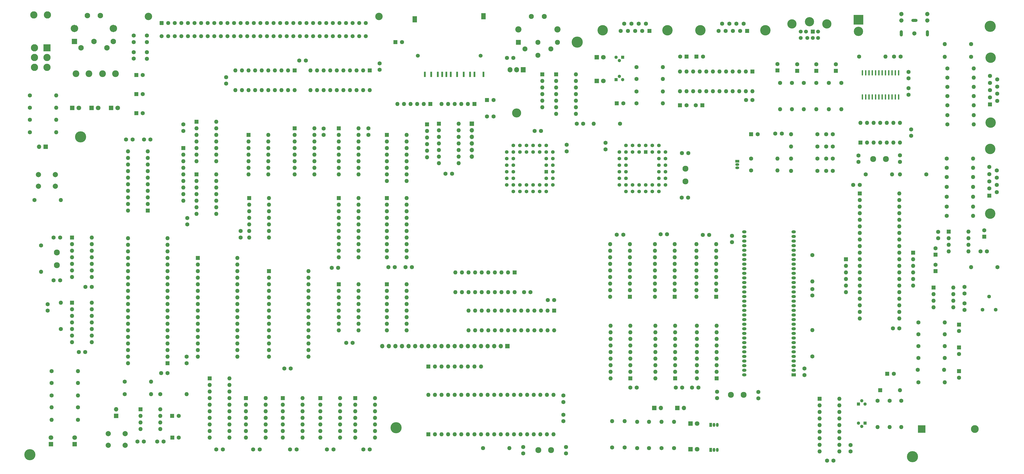
<source format=gts>
G04 #@! TF.GenerationSoftware,KiCad,Pcbnew,(6.0.11)*
G04 #@! TF.CreationDate,2023-02-04T12:30:36+00:00*
G04 #@! TF.ProjectId,yddraig09,79646472-6169-4673-9039-2e6b69636164,rev?*
G04 #@! TF.SameCoordinates,Original*
G04 #@! TF.FileFunction,Soldermask,Top*
G04 #@! TF.FilePolarity,Negative*
%FSLAX46Y46*%
G04 Gerber Fmt 4.6, Leading zero omitted, Abs format (unit mm)*
G04 Created by KiCad (PCBNEW (6.0.11)) date 2023-02-04 12:30:36*
%MOMM*%
%LPD*%
G01*
G04 APERTURE LIST*
G04 Aperture macros list*
%AMRoundRect*
0 Rectangle with rounded corners*
0 $1 Rounding radius*
0 $2 $3 $4 $5 $6 $7 $8 $9 X,Y pos of 4 corners*
0 Add a 4 corners polygon primitive as box body*
4,1,4,$2,$3,$4,$5,$6,$7,$8,$9,$2,$3,0*
0 Add four circle primitives for the rounded corners*
1,1,$1+$1,$2,$3*
1,1,$1+$1,$4,$5*
1,1,$1+$1,$6,$7*
1,1,$1+$1,$8,$9*
0 Add four rect primitives between the rounded corners*
20,1,$1+$1,$2,$3,$4,$5,0*
20,1,$1+$1,$4,$5,$6,$7,0*
20,1,$1+$1,$6,$7,$8,$9,0*
20,1,$1+$1,$8,$9,$2,$3,0*%
G04 Aperture macros list end*
%ADD10C,1.449000*%
%ADD11C,0.854000*%
%ADD12C,1.600000*%
%ADD13R,1.600000X1.600000*%
%ADD14R,1.800000X1.800000*%
%ADD15C,1.800000*%
%ADD16O,1.600000X1.600000*%
%ADD17C,4.000000*%
%ADD18R,1.700000X1.700000*%
%ADD19O,1.700000X1.700000*%
%ADD20C,2.390000*%
%ADD21R,2.100000X2.100000*%
%ADD22C,2.100000*%
%ADD23C,2.400000*%
%ADD24R,1.950000X1.950000*%
%ADD25C,1.950000*%
%ADD26C,1.500000*%
%ADD27R,0.800000X2.000000*%
%ADD28R,1.800000X2.400000*%
%ADD29R,1.700000X2.400000*%
%ADD30R,0.700000X2.000000*%
%ADD31C,2.600000*%
%ADD32R,1.500000X1.050000*%
%ADD33O,1.500000X1.050000*%
%ADD34R,1.050000X1.500000*%
%ADD35O,1.050000X1.500000*%
%ADD36C,2.000000*%
%ADD37R,2.800000X2.800000*%
%ADD38C,2.800000*%
%ADD39R,1.700000X1.200000*%
%ADD40O,1.700000X1.200000*%
%ADD41RoundRect,0.137500X0.137500X-0.862500X0.137500X0.862500X-0.137500X0.862500X-0.137500X-0.862500X0*%
%ADD42O,3.500000X3.500000*%
%ADD43R,1.905000X2.000000*%
%ADD44O,1.905000X2.000000*%
%ADD45R,1.422400X1.422400*%
%ADD46C,1.422400*%
%ADD47C,2.300000*%
%ADD48R,1.300000X1.300000*%
%ADD49C,1.300000*%
%ADD50R,3.000000X3.000000*%
%ADD51C,3.000000*%
%ADD52C,2.850000*%
%ADD53RoundRect,0.249999X-0.525001X-0.525001X0.525001X-0.525001X0.525001X0.525001X-0.525001X0.525001X0*%
%ADD54C,1.550000*%
%ADD55C,1.200000*%
%ADD56O,2.416000X1.208000*%
%ADD57O,1.208000X2.416000*%
%ADD58R,3.765000X3.765000*%
%ADD59C,3.600000*%
%ADD60R,1.509000X1.509000*%
%ADD61C,1.509000*%
%ADD62C,3.555000*%
%ADD63C,4.300000*%
%ADD64C,1.440000*%
G04 APERTURE END LIST*
D10*
X59815700Y-27475800D02*
G75*
G03*
X59815700Y-27475800I-724500J0D01*
G01*
X44805700Y-27475800D02*
G75*
G03*
X44805700Y-27475800I-724500J0D01*
G01*
D11*
X363393000Y-21900000D02*
G75*
G03*
X363393000Y-21900000I-427000J0D01*
G01*
X363393000Y-24400000D02*
G75*
G03*
X363393000Y-24400000I-427000J0D01*
G01*
X373393000Y-24400000D02*
G75*
G03*
X373393000Y-24400000I-427000J0D01*
G01*
X373393000Y-21900000D02*
G75*
G03*
X373393000Y-21900000I-427000J0D01*
G01*
X368393000Y-29400000D02*
G75*
G03*
X368393000Y-29400000I-427000J0D01*
G01*
D12*
X70906000Y-70358000D03*
X73406000Y-70358000D03*
X64008000Y-70358000D03*
X66508000Y-70358000D03*
X102616000Y-48768000D03*
X102616000Y-46268000D03*
X151384000Y-148844000D03*
X148884000Y-148844000D03*
X130810000Y-39878000D03*
X133310000Y-39878000D03*
X260945000Y-166116000D03*
X258445000Y-166116000D03*
X291909500Y-170180000D03*
X291909500Y-167680000D03*
X307848000Y-167767000D03*
X307848000Y-170267000D03*
X270129000Y-106934000D03*
X272629000Y-106934000D03*
X328676000Y-128056000D03*
X328676000Y-130556000D03*
X278471000Y-166116000D03*
X275971000Y-166116000D03*
X286385000Y-107188000D03*
X288885000Y-107188000D03*
X253238000Y-107061000D03*
X255738000Y-107061000D03*
X297688000Y-109982000D03*
X297688000Y-107482000D03*
X284734000Y-166116000D03*
X282234000Y-166116000D03*
X393486000Y-113538000D03*
X395986000Y-113538000D03*
X387338000Y-133596000D03*
X387338000Y-136096000D03*
D13*
X385191000Y-141772000D03*
D12*
X385191000Y-144272000D03*
D13*
X385191000Y-150622000D03*
D12*
X385191000Y-153122000D03*
D13*
X376174000Y-114808000D03*
D12*
X376174000Y-112308000D03*
X387338000Y-127286000D03*
X387338000Y-129786000D03*
X344424000Y-87884000D03*
X346924000Y-87884000D03*
X362204000Y-143256000D03*
X359704000Y-143256000D03*
D13*
X376174000Y-121158000D03*
D12*
X376174000Y-118658000D03*
X346456000Y-78994000D03*
X346456000Y-76494000D03*
X362458000Y-76454000D03*
X362458000Y-78954000D03*
X336510000Y-68326000D03*
X334010000Y-68326000D03*
X336510000Y-73025000D03*
X334010000Y-73025000D03*
X336510000Y-77724000D03*
X334010000Y-77724000D03*
X336510000Y-82423000D03*
X334010000Y-82423000D03*
X365760000Y-50546000D03*
X365760000Y-53046000D03*
D13*
X337693000Y-43815000D03*
D12*
X337693000Y-41315000D03*
D13*
X322834000Y-43815000D03*
D12*
X322834000Y-41315000D03*
D13*
X330200000Y-43815000D03*
D12*
X330200000Y-41315000D03*
D13*
X315214000Y-43688000D03*
D12*
X315214000Y-41188000D03*
D13*
X305054000Y-68326000D03*
D12*
X307554000Y-68326000D03*
X365760000Y-44236000D03*
X365760000Y-46736000D03*
X360172000Y-38354000D03*
X362672000Y-38354000D03*
X314365000Y-68072000D03*
X316865000Y-68072000D03*
X232664000Y-176570000D03*
X232664000Y-179070000D03*
X115530000Y-189992000D03*
X113030000Y-189992000D03*
X87376000Y-156678000D03*
X87376000Y-154178000D03*
X101306000Y-189992000D03*
X98806000Y-189992000D03*
X278320500Y-75628500D03*
X280820500Y-75628500D03*
X280733500Y-92773500D03*
X278233500Y-92773500D03*
D13*
X280162000Y-38354000D03*
D12*
X277662000Y-38354000D03*
D13*
X277622000Y-57150000D03*
D12*
X280122000Y-57150000D03*
D13*
X286218000Y-57150000D03*
D12*
X283718000Y-57150000D03*
X248920000Y-74128000D03*
X248920000Y-71628000D03*
X48260000Y-152400000D03*
X45760000Y-152400000D03*
X36068000Y-108204000D03*
X38568000Y-108204000D03*
X50800000Y-127254000D03*
X48300000Y-127254000D03*
X33782000Y-136398000D03*
X33782000Y-133898000D03*
D13*
X81828000Y-185420000D03*
D12*
X84328000Y-185420000D03*
X78486000Y-186944000D03*
X75986000Y-186944000D03*
D13*
X81788000Y-177038000D03*
D12*
X84288000Y-177038000D03*
X66929000Y-30226000D03*
X66929000Y-32726000D03*
X72009000Y-30226000D03*
X72009000Y-32726000D03*
D13*
X67945000Y-45466000D03*
D12*
X70445000Y-45466000D03*
D13*
X67945000Y-52832000D03*
D12*
X70445000Y-52832000D03*
X66929000Y-36616000D03*
X66929000Y-39116000D03*
X72047833Y-36660000D03*
X72047833Y-39160000D03*
X203200000Y-61468000D03*
X205700000Y-61468000D03*
X210860000Y-38862000D03*
X213360000Y-38862000D03*
D13*
X203200000Y-55118000D03*
D12*
X205700000Y-55118000D03*
X233934000Y-72390000D03*
X233934000Y-74890000D03*
X240284000Y-64262000D03*
X237784000Y-64262000D03*
D13*
X253238000Y-56388000D03*
D12*
X255738000Y-56388000D03*
D14*
X58198800Y-58166000D03*
D15*
X60738800Y-58166000D03*
D14*
X50698800Y-58166000D03*
D15*
X53238800Y-58166000D03*
D14*
X43198800Y-58166000D03*
D15*
X45738800Y-58166000D03*
D14*
X281686000Y-180022500D03*
D15*
X284226000Y-180022500D03*
D12*
X380746000Y-64516000D03*
D16*
X390906000Y-64516000D03*
D12*
X380746000Y-53594000D03*
D16*
X390906000Y-53594000D03*
D12*
X380746000Y-42926000D03*
D16*
X390906000Y-42926000D03*
D12*
X380492000Y-99822000D03*
D16*
X390652000Y-99822000D03*
D12*
X380492000Y-88646000D03*
D16*
X390652000Y-88646000D03*
D12*
X380492000Y-81280000D03*
D16*
X390652000Y-81280000D03*
D12*
X380746000Y-60960000D03*
D16*
X390906000Y-60960000D03*
D12*
X380746000Y-57150000D03*
D16*
X390906000Y-57150000D03*
D12*
X380746000Y-50038000D03*
D16*
X390906000Y-50038000D03*
D12*
X380746000Y-46482000D03*
D16*
X390906000Y-46482000D03*
D12*
X380492000Y-96266000D03*
D16*
X390652000Y-96266000D03*
D12*
X380492000Y-92456000D03*
D16*
X390652000Y-92456000D03*
D12*
X380492000Y-84836000D03*
D16*
X390652000Y-84836000D03*
D12*
X380492000Y-77724000D03*
D16*
X390652000Y-77724000D03*
D17*
X397429000Y-63805200D03*
X397429000Y-38805200D03*
D13*
X397129000Y-56845200D03*
D12*
X397129000Y-54075200D03*
X397129000Y-51305200D03*
X397129000Y-48535200D03*
X397129000Y-45765200D03*
X399969000Y-55460200D03*
X399969000Y-52690200D03*
X399969000Y-49920200D03*
X399969000Y-47150200D03*
D17*
X397200400Y-98984200D03*
X397200400Y-73984200D03*
D13*
X396900400Y-92024200D03*
D12*
X396900400Y-89254200D03*
X396900400Y-86484200D03*
X396900400Y-83714200D03*
X396900400Y-80944200D03*
X399740400Y-90639200D03*
X399740400Y-87869200D03*
X399740400Y-85099200D03*
X399740400Y-82329200D03*
D17*
X310490000Y-28148000D03*
X285490000Y-28148000D03*
D13*
X303530000Y-28448000D03*
D12*
X300760000Y-28448000D03*
X297990000Y-28448000D03*
X295220000Y-28448000D03*
X292450000Y-28448000D03*
X302145000Y-25608000D03*
X299375000Y-25608000D03*
X296605000Y-25608000D03*
X293835000Y-25608000D03*
D17*
X247771000Y-28148000D03*
X272771000Y-28148000D03*
D13*
X265811000Y-28448000D03*
D12*
X263041000Y-28448000D03*
X260271000Y-28448000D03*
X257501000Y-28448000D03*
X254731000Y-28448000D03*
X264426000Y-25608000D03*
X261656000Y-25608000D03*
X258886000Y-25608000D03*
X256116000Y-25608000D03*
D18*
X60198000Y-177038000D03*
D19*
X60198000Y-174498000D03*
D20*
X59091200Y-27475800D03*
X44081200Y-27475800D03*
D21*
X44081200Y-32485800D03*
D22*
X51586200Y-32485800D03*
X59091200Y-32485800D03*
X46581200Y-34975800D03*
X56591200Y-34975800D03*
X54086200Y-22475800D03*
X49086200Y-22475800D03*
D23*
X215298000Y-27860000D03*
X230298000Y-27860000D03*
D24*
X215298000Y-32860000D03*
D25*
X217798000Y-35360000D03*
X222798000Y-32860000D03*
X227798000Y-35360000D03*
X230298000Y-32860000D03*
X222798000Y-37860000D03*
X225298000Y-22860000D03*
X220298000Y-22860000D03*
D26*
X176469600Y-37986600D03*
X200669600Y-37986600D03*
D27*
X181689600Y-45186600D03*
X184189600Y-45186600D03*
X187489600Y-45186600D03*
X189189600Y-45186600D03*
X191689600Y-45186600D03*
X194189600Y-45186600D03*
X196619600Y-45186600D03*
X198319600Y-45186600D03*
X179189600Y-45186600D03*
D28*
X175319600Y-23986600D03*
D29*
X201769600Y-22786600D03*
D27*
X185889600Y-45186600D03*
D30*
X201809600Y-45186600D03*
D31*
X54938000Y-44928967D03*
X59938000Y-44928967D03*
X44688000Y-44928967D03*
X49688000Y-44928967D03*
D32*
X299720000Y-78740000D03*
D33*
X299720000Y-80010000D03*
X299720000Y-81280000D03*
D34*
X289433000Y-180530500D03*
D35*
X290703000Y-180530500D03*
X291973000Y-180530500D03*
D34*
X289433000Y-190182500D03*
D35*
X290703000Y-190182500D03*
X291973000Y-190182500D03*
D12*
X328676000Y-114935000D03*
D16*
X328676000Y-125095000D03*
D12*
X369570000Y-145542000D03*
D16*
X379730000Y-145542000D03*
D12*
X369570000Y-154686000D03*
D16*
X379730000Y-154686000D03*
D12*
X369570000Y-164084000D03*
D16*
X379730000Y-164084000D03*
D12*
X369570000Y-140970000D03*
D16*
X379730000Y-140970000D03*
D12*
X369570000Y-150114000D03*
D16*
X379730000Y-150114000D03*
D12*
X369316000Y-159258000D03*
D16*
X379476000Y-159258000D03*
D12*
X330581000Y-77724000D03*
D16*
X320421000Y-77724000D03*
D12*
X349250000Y-83820000D03*
D16*
X359410000Y-83820000D03*
D12*
X330581000Y-73025000D03*
D16*
X320421000Y-73025000D03*
D12*
X330581000Y-68326000D03*
D16*
X320421000Y-68326000D03*
D12*
X330581000Y-82423000D03*
D16*
X320421000Y-82423000D03*
D12*
X372618000Y-83820000D03*
D16*
X362458000Y-83820000D03*
D12*
X346710000Y-38354000D03*
D16*
X356870000Y-38354000D03*
D12*
X335026000Y-48514000D03*
D16*
X335026000Y-58674000D03*
D12*
X325374000Y-48514000D03*
D16*
X325374000Y-58674000D03*
D12*
X330200000Y-48514000D03*
D16*
X330200000Y-58674000D03*
D12*
X320802000Y-48514000D03*
D16*
X320802000Y-58674000D03*
D12*
X316230000Y-48514000D03*
D16*
X316230000Y-58674000D03*
D12*
X305054000Y-82296000D03*
D16*
X315214000Y-82296000D03*
D12*
X305054000Y-77724000D03*
D16*
X315214000Y-77724000D03*
D12*
X339852000Y-48514000D03*
D16*
X339852000Y-58674000D03*
D12*
X254508000Y-64262000D03*
D16*
X244348000Y-64262000D03*
D12*
X260858000Y-42418000D03*
D16*
X271018000Y-42418000D03*
D12*
X260858000Y-51816000D03*
D16*
X271018000Y-51816000D03*
D12*
X260858000Y-56388000D03*
D16*
X271018000Y-56388000D03*
D12*
X38862000Y-143510000D03*
D16*
X38862000Y-133350000D03*
D12*
X35306000Y-164338000D03*
D16*
X45466000Y-164338000D03*
D12*
X28702000Y-93726000D03*
D16*
X38862000Y-93726000D03*
D12*
X63500000Y-163830000D03*
D16*
X73660000Y-163830000D03*
D12*
X26924000Y-53314600D03*
D16*
X37084000Y-53314600D03*
D12*
X26924000Y-62738000D03*
D16*
X37084000Y-62738000D03*
D12*
X26924000Y-58115200D03*
D16*
X37084000Y-58115200D03*
D12*
X256286000Y-189230000D03*
D16*
X256286000Y-179070000D03*
D12*
X261112000Y-189484000D03*
D16*
X261112000Y-179324000D03*
D12*
X251460000Y-189230000D03*
D16*
X251460000Y-179070000D03*
D12*
X265684000Y-189484000D03*
D16*
X265684000Y-179324000D03*
D13*
X367538000Y-114046000D03*
D16*
X367538000Y-116586000D03*
X367538000Y-119126000D03*
X367538000Y-121666000D03*
X367538000Y-124206000D03*
X367538000Y-126746000D03*
D13*
X341630000Y-116586000D03*
D16*
X341630000Y-119126000D03*
X341630000Y-121666000D03*
X341630000Y-124206000D03*
X341630000Y-126746000D03*
X341630000Y-129286000D03*
D13*
X180086000Y-64516000D03*
D16*
X180086000Y-67056000D03*
X180086000Y-69596000D03*
X180086000Y-72136000D03*
X180086000Y-74676000D03*
X180086000Y-77216000D03*
D13*
X181356000Y-56642000D03*
D16*
X178816000Y-56642000D03*
X176276000Y-56642000D03*
X173736000Y-56642000D03*
X171196000Y-56642000D03*
X168656000Y-56642000D03*
D13*
X198374000Y-56642000D03*
D16*
X195834000Y-56642000D03*
X193294000Y-56642000D03*
X190754000Y-56642000D03*
X188214000Y-56642000D03*
X185674000Y-56642000D03*
D36*
X36726000Y-83892000D03*
X30226000Y-83892000D03*
X36726000Y-88392000D03*
X30226000Y-88392000D03*
X63650000Y-188396000D03*
X57150000Y-188396000D03*
X57150000Y-183896000D03*
X63650000Y-183896000D03*
D37*
X33451800Y-34925000D03*
D38*
X33451800Y-38725000D03*
X33451800Y-42525000D03*
X28651800Y-34925000D03*
X28651800Y-38725000D03*
X28651800Y-42525000D03*
X33651800Y-22225000D03*
X28451800Y-22225000D03*
D13*
X129032000Y-43688000D03*
D16*
X126492000Y-43688000D03*
X123952000Y-43688000D03*
X121412000Y-43688000D03*
X118872000Y-43688000D03*
X116332000Y-43688000D03*
X113792000Y-43688000D03*
X111252000Y-43688000D03*
X108712000Y-43688000D03*
X106172000Y-43688000D03*
X106172000Y-51308000D03*
X108712000Y-51308000D03*
X111252000Y-51308000D03*
X113792000Y-51308000D03*
X116332000Y-51308000D03*
X118872000Y-51308000D03*
X121412000Y-51308000D03*
X123952000Y-51308000D03*
X126492000Y-51308000D03*
X129032000Y-51308000D03*
D13*
X291592000Y-131064000D03*
D16*
X291592000Y-128524000D03*
X291592000Y-125984000D03*
X291592000Y-123444000D03*
X291592000Y-120904000D03*
X291592000Y-118364000D03*
X291592000Y-115824000D03*
X291592000Y-113284000D03*
X291592000Y-110744000D03*
X283972000Y-110744000D03*
X283972000Y-113284000D03*
X283972000Y-115824000D03*
X283972000Y-118364000D03*
X283972000Y-120904000D03*
X283972000Y-123444000D03*
X283972000Y-125984000D03*
X283972000Y-128524000D03*
X283972000Y-131064000D03*
D13*
X275590000Y-131064000D03*
D16*
X275590000Y-128524000D03*
X275590000Y-125984000D03*
X275590000Y-123444000D03*
X275590000Y-120904000D03*
X275590000Y-118364000D03*
X275590000Y-115824000D03*
X275590000Y-113284000D03*
X275590000Y-110744000D03*
X267970000Y-110744000D03*
X267970000Y-113284000D03*
X267970000Y-115824000D03*
X267970000Y-118364000D03*
X267970000Y-120904000D03*
X267970000Y-123444000D03*
X267970000Y-125984000D03*
X267970000Y-128524000D03*
X267970000Y-131064000D03*
D13*
X258318000Y-131064000D03*
D16*
X258318000Y-128524000D03*
X258318000Y-125984000D03*
X258318000Y-123444000D03*
X258318000Y-120904000D03*
X258318000Y-118364000D03*
X258318000Y-115824000D03*
X258318000Y-113284000D03*
X258318000Y-110744000D03*
X250698000Y-110744000D03*
X250698000Y-113284000D03*
X250698000Y-115824000D03*
X250698000Y-118364000D03*
X250698000Y-120904000D03*
X250698000Y-123444000D03*
X250698000Y-125984000D03*
X250698000Y-128524000D03*
X250698000Y-131064000D03*
D13*
X291719000Y-162560000D03*
D16*
X291719000Y-160020000D03*
X291719000Y-157480000D03*
X291719000Y-154940000D03*
X291719000Y-152400000D03*
X291719000Y-149860000D03*
X291719000Y-147320000D03*
X291719000Y-144780000D03*
X291719000Y-142240000D03*
X284099000Y-142240000D03*
X284099000Y-144780000D03*
X284099000Y-147320000D03*
X284099000Y-149860000D03*
X284099000Y-152400000D03*
X284099000Y-154940000D03*
X284099000Y-157480000D03*
X284099000Y-160020000D03*
X284099000Y-162560000D03*
D13*
X275717000Y-162560000D03*
D16*
X275717000Y-160020000D03*
X275717000Y-157480000D03*
X275717000Y-154940000D03*
X275717000Y-152400000D03*
X275717000Y-149860000D03*
X275717000Y-147320000D03*
X275717000Y-144780000D03*
X275717000Y-142240000D03*
X268097000Y-142240000D03*
X268097000Y-144780000D03*
X268097000Y-147320000D03*
X268097000Y-149860000D03*
X268097000Y-152400000D03*
X268097000Y-154940000D03*
X268097000Y-157480000D03*
X268097000Y-160020000D03*
X268097000Y-162560000D03*
D13*
X258445000Y-162560000D03*
D16*
X258445000Y-160020000D03*
X258445000Y-157480000D03*
X258445000Y-154940000D03*
X258445000Y-152400000D03*
X258445000Y-149860000D03*
X258445000Y-147320000D03*
X258445000Y-144780000D03*
X258445000Y-142240000D03*
X250825000Y-142240000D03*
X250825000Y-144780000D03*
X250825000Y-147320000D03*
X250825000Y-149860000D03*
X250825000Y-152400000D03*
X250825000Y-154940000D03*
X250825000Y-157480000D03*
X250825000Y-160020000D03*
X250825000Y-162560000D03*
D39*
X321462400Y-161194000D03*
D40*
X321462400Y-159414000D03*
X321462400Y-157634000D03*
X321462400Y-155854000D03*
X321462400Y-154074000D03*
X321462400Y-152294000D03*
X321462400Y-150514000D03*
X321462400Y-148734000D03*
X321462400Y-146954000D03*
X321462400Y-145174000D03*
X321462400Y-143394000D03*
X321462400Y-141614000D03*
X321462400Y-139834000D03*
X321462400Y-138054000D03*
X321462400Y-136274000D03*
X321462400Y-134494000D03*
X321462400Y-132714000D03*
X321462400Y-130934000D03*
X321462400Y-129154000D03*
X321462400Y-127374000D03*
X321462400Y-125594000D03*
X321462400Y-123814000D03*
X321462400Y-122034000D03*
X321462400Y-120254000D03*
X321462400Y-118474000D03*
X321462400Y-116694000D03*
X321462400Y-114914000D03*
X321462400Y-113134000D03*
X321462400Y-111354000D03*
X321462400Y-109574000D03*
X321462400Y-107794000D03*
X321462400Y-106014000D03*
X302361600Y-106014000D03*
X302361600Y-107794000D03*
X302361600Y-109574000D03*
X302361600Y-111354000D03*
X302361600Y-113134000D03*
X302361600Y-114914000D03*
X302361600Y-116694000D03*
X302361600Y-118474000D03*
X302361600Y-120254000D03*
X302361600Y-122034000D03*
X302361600Y-123814000D03*
X302361600Y-125594000D03*
X302361600Y-127374000D03*
X302361600Y-129154000D03*
X302361600Y-130934000D03*
X302361600Y-132714000D03*
X302361600Y-134494000D03*
X302361600Y-136274000D03*
X302361600Y-138054000D03*
X302361600Y-139834000D03*
X302361600Y-141614000D03*
X302361600Y-143394000D03*
X302361600Y-145174000D03*
X302361600Y-146954000D03*
X302361600Y-148734000D03*
X302361600Y-150514000D03*
X302361600Y-152294000D03*
X302361600Y-154074000D03*
X302361600Y-155854000D03*
X302361600Y-157634000D03*
X302361600Y-159414000D03*
X302361600Y-161194000D03*
D13*
X375400000Y-127500000D03*
D16*
X375400000Y-130040000D03*
X375400000Y-132580000D03*
X375400000Y-135120000D03*
X383020000Y-135120000D03*
X383020000Y-132580000D03*
X383020000Y-130040000D03*
X383020000Y-127500000D03*
D13*
X347218000Y-71501000D03*
D16*
X349758000Y-71501000D03*
X352298000Y-71501000D03*
X354838000Y-71501000D03*
X357378000Y-71501000D03*
X359918000Y-71501000D03*
X362458000Y-71501000D03*
X362458000Y-63881000D03*
X359918000Y-63881000D03*
X357378000Y-63881000D03*
X354838000Y-63881000D03*
X352298000Y-63881000D03*
X349758000Y-63881000D03*
X347218000Y-63881000D03*
D41*
X347980000Y-53926000D03*
X349250000Y-53926000D03*
X350520000Y-53926000D03*
X351790000Y-53926000D03*
X353060000Y-53926000D03*
X354330000Y-53926000D03*
X355600000Y-53926000D03*
X356870000Y-53926000D03*
X358140000Y-53926000D03*
X359410000Y-53926000D03*
X360680000Y-53926000D03*
X361950000Y-53926000D03*
X361950000Y-44626000D03*
X360680000Y-44626000D03*
X359410000Y-44626000D03*
X358140000Y-44626000D03*
X356870000Y-44626000D03*
X355600000Y-44626000D03*
X354330000Y-44626000D03*
X353060000Y-44626000D03*
X351790000Y-44626000D03*
X350520000Y-44626000D03*
X349250000Y-44626000D03*
X347980000Y-44626000D03*
D13*
X138938000Y-170180000D03*
D16*
X138938000Y-172720000D03*
X138938000Y-175260000D03*
X138938000Y-177800000D03*
X138938000Y-180340000D03*
X138938000Y-182880000D03*
X138938000Y-185420000D03*
X146558000Y-185420000D03*
X146558000Y-182880000D03*
X146558000Y-180340000D03*
X146558000Y-177800000D03*
X146558000Y-175260000D03*
X146558000Y-172720000D03*
X146558000Y-170180000D03*
D13*
X91694000Y-116078000D03*
D16*
X91694000Y-118618000D03*
X91694000Y-121158000D03*
X91694000Y-123698000D03*
X91694000Y-126238000D03*
X91694000Y-128778000D03*
X91694000Y-131318000D03*
X91694000Y-133858000D03*
X91694000Y-136398000D03*
X91694000Y-138938000D03*
X91694000Y-141478000D03*
X91694000Y-144018000D03*
X91694000Y-146558000D03*
X91694000Y-149098000D03*
X91694000Y-151638000D03*
X91694000Y-154178000D03*
X106934000Y-154178000D03*
X106934000Y-151638000D03*
X106934000Y-149098000D03*
X106934000Y-146558000D03*
X106934000Y-144018000D03*
X106934000Y-141478000D03*
X106934000Y-138938000D03*
X106934000Y-136398000D03*
X106934000Y-133858000D03*
X106934000Y-131318000D03*
X106934000Y-128778000D03*
X106934000Y-126238000D03*
X106934000Y-123698000D03*
X106934000Y-121158000D03*
X106934000Y-118618000D03*
X106934000Y-116078000D03*
D13*
X119126000Y-121158000D03*
D16*
X119126000Y-123698000D03*
X119126000Y-126238000D03*
X119126000Y-128778000D03*
X119126000Y-131318000D03*
X119126000Y-133858000D03*
X119126000Y-136398000D03*
X119126000Y-138938000D03*
X119126000Y-141478000D03*
X119126000Y-144018000D03*
X119126000Y-146558000D03*
X119126000Y-149098000D03*
X119126000Y-151638000D03*
X119126000Y-154178000D03*
X134366000Y-154178000D03*
X134366000Y-151638000D03*
X134366000Y-149098000D03*
X134366000Y-146558000D03*
X134366000Y-144018000D03*
X134366000Y-141478000D03*
X134366000Y-138938000D03*
X134366000Y-136398000D03*
X134366000Y-133858000D03*
X134366000Y-131318000D03*
X134366000Y-128778000D03*
X134366000Y-126238000D03*
X134366000Y-123698000D03*
X134366000Y-121158000D03*
D13*
X305562000Y-44069000D03*
D16*
X303022000Y-44069000D03*
X300482000Y-44069000D03*
X297942000Y-44069000D03*
X295402000Y-44069000D03*
X292862000Y-44069000D03*
X290322000Y-44069000D03*
X287782000Y-44069000D03*
X285242000Y-44069000D03*
X282702000Y-44069000D03*
X280162000Y-44069000D03*
X277622000Y-44069000D03*
X277622000Y-51689000D03*
X280162000Y-51689000D03*
X282702000Y-51689000D03*
X285242000Y-51689000D03*
X287782000Y-51689000D03*
X290322000Y-51689000D03*
X292862000Y-51689000D03*
X295402000Y-51689000D03*
X297942000Y-51689000D03*
X300482000Y-51689000D03*
X303022000Y-51689000D03*
X305562000Y-51689000D03*
D13*
X43180000Y-133350000D03*
D16*
X43180000Y-135890000D03*
X43180000Y-138430000D03*
X43180000Y-140970000D03*
X43180000Y-143510000D03*
X43180000Y-146050000D03*
X43180000Y-148590000D03*
X50800000Y-148590000D03*
X50800000Y-146050000D03*
X50800000Y-143510000D03*
X50800000Y-140970000D03*
X50800000Y-138430000D03*
X50800000Y-135890000D03*
X50800000Y-133350000D03*
D13*
X43180000Y-108204000D03*
D16*
X43180000Y-110744000D03*
X43180000Y-113284000D03*
X43180000Y-115824000D03*
X43180000Y-118364000D03*
X43180000Y-120904000D03*
X43180000Y-123444000D03*
X50800000Y-123444000D03*
X50800000Y-120904000D03*
X50800000Y-118364000D03*
X50800000Y-115824000D03*
X50800000Y-113284000D03*
X50800000Y-110744000D03*
X50800000Y-108204000D03*
D13*
X69596000Y-174498000D03*
D16*
X69596000Y-177038000D03*
X69596000Y-179578000D03*
X69596000Y-182118000D03*
X77216000Y-182118000D03*
X77216000Y-179578000D03*
X77216000Y-177038000D03*
X77216000Y-174498000D03*
D13*
X80010000Y-156718000D03*
D16*
X80010000Y-154178000D03*
X80010000Y-151638000D03*
X80010000Y-149098000D03*
X80010000Y-146558000D03*
X80010000Y-144018000D03*
X80010000Y-141478000D03*
X80010000Y-138938000D03*
X80010000Y-136398000D03*
X80010000Y-133858000D03*
X80010000Y-131318000D03*
X80010000Y-128778000D03*
X80010000Y-126238000D03*
X80010000Y-123698000D03*
X80010000Y-121158000D03*
X80010000Y-118618000D03*
X80010000Y-116078000D03*
X80010000Y-113538000D03*
X80010000Y-110998000D03*
X80010000Y-108458000D03*
X64770000Y-108458000D03*
X64770000Y-110998000D03*
X64770000Y-113538000D03*
X64770000Y-116078000D03*
X64770000Y-118618000D03*
X64770000Y-121158000D03*
X64770000Y-123698000D03*
X64770000Y-126238000D03*
X64770000Y-128778000D03*
X64770000Y-131318000D03*
X64770000Y-133858000D03*
X64770000Y-136398000D03*
X64770000Y-138938000D03*
X64770000Y-141478000D03*
X64770000Y-144018000D03*
X64770000Y-146558000D03*
X64770000Y-149098000D03*
X64770000Y-151638000D03*
X64770000Y-154178000D03*
X64770000Y-156718000D03*
D42*
X214630000Y-60094000D03*
D43*
X217170000Y-43434000D03*
D44*
X214630000Y-43434000D03*
X212090000Y-43434000D03*
D13*
X229870000Y-45212000D03*
D16*
X229870000Y-47752000D03*
X229870000Y-50292000D03*
X229870000Y-52832000D03*
X229870000Y-55372000D03*
X229870000Y-57912000D03*
X229870000Y-60452000D03*
X237490000Y-60452000D03*
X237490000Y-57912000D03*
X237490000Y-55372000D03*
X237490000Y-52832000D03*
X237490000Y-50292000D03*
X237490000Y-47752000D03*
X237490000Y-45212000D03*
D13*
X184658000Y-64262000D03*
D16*
X184658000Y-66802000D03*
X184658000Y-69342000D03*
X184658000Y-71882000D03*
X184658000Y-74422000D03*
X184658000Y-76962000D03*
X184658000Y-79502000D03*
X192278000Y-79502000D03*
X192278000Y-76962000D03*
X192278000Y-74422000D03*
X192278000Y-71882000D03*
X192278000Y-69342000D03*
X192278000Y-66802000D03*
X192278000Y-64262000D03*
D45*
X226060000Y-82804000D03*
D46*
X228600000Y-80264000D03*
X226060000Y-80264000D03*
X228600000Y-77724000D03*
X226060000Y-77724000D03*
X228600000Y-75184000D03*
X226060000Y-72644000D03*
X226060000Y-75184000D03*
X223520000Y-72644000D03*
X223520000Y-75184000D03*
X220980000Y-72644000D03*
X220980000Y-75184000D03*
X218440000Y-72644000D03*
X218440000Y-75184000D03*
X215900000Y-72644000D03*
X215900000Y-75184000D03*
X213360000Y-72644000D03*
X210820000Y-75184000D03*
X213360000Y-75184000D03*
X210820000Y-77724000D03*
X213360000Y-77724000D03*
X210820000Y-80264000D03*
X213360000Y-80264000D03*
X210820000Y-82804000D03*
X213360000Y-82804000D03*
X210820000Y-85344000D03*
X213360000Y-85344000D03*
X210820000Y-87884000D03*
X213360000Y-90424000D03*
X213360000Y-87884000D03*
X215900000Y-90424000D03*
X215900000Y-87884000D03*
X218440000Y-90424000D03*
X218440000Y-87884000D03*
X220980000Y-90424000D03*
X220980000Y-87884000D03*
X223520000Y-90424000D03*
X223520000Y-87884000D03*
X226060000Y-90424000D03*
X228600000Y-87884000D03*
X226060000Y-87884000D03*
X228600000Y-85344000D03*
X226060000Y-85344000D03*
X228600000Y-82804000D03*
D47*
X297243500Y-168910000D03*
X302143500Y-168910000D03*
D12*
X35306000Y-169164000D03*
D16*
X45466000Y-169164000D03*
D12*
X35306000Y-159766000D03*
D16*
X45466000Y-159766000D03*
D12*
X63500000Y-168656000D03*
D16*
X73660000Y-168656000D03*
D12*
X77216000Y-168656000D03*
D16*
X87376000Y-168656000D03*
D12*
X143978000Y-189992000D03*
X141478000Y-189992000D03*
D13*
X385191000Y-159766000D03*
D12*
X385191000Y-162266000D03*
D48*
X348996000Y-179832000D03*
D49*
X347726000Y-181102000D03*
X346456000Y-179832000D03*
D48*
X346456000Y-172466000D03*
D49*
X347726000Y-171196000D03*
X348996000Y-172466000D03*
D12*
X353822000Y-171196000D03*
D16*
X353822000Y-181356000D03*
D12*
X358400000Y-171220000D03*
D16*
X358400000Y-181380000D03*
D13*
X354838000Y-167132000D03*
D16*
X362458000Y-167132000D03*
D13*
X157988000Y-43688000D03*
D16*
X155448000Y-43688000D03*
X152908000Y-43688000D03*
X150368000Y-43688000D03*
X147828000Y-43688000D03*
X145288000Y-43688000D03*
X142748000Y-43688000D03*
X140208000Y-43688000D03*
X137668000Y-43688000D03*
X135128000Y-43688000D03*
X135128000Y-51308000D03*
X137668000Y-51308000D03*
X140208000Y-51308000D03*
X142748000Y-51308000D03*
X145288000Y-51308000D03*
X147828000Y-51308000D03*
X150368000Y-51308000D03*
X152908000Y-51308000D03*
X155448000Y-51308000D03*
X157988000Y-51308000D03*
D50*
X370840000Y-182118000D03*
D51*
X391330000Y-182118000D03*
D12*
X328676000Y-154114500D03*
D16*
X328676000Y-143954500D03*
D18*
X211074000Y-150114000D03*
D19*
X208534000Y-150114000D03*
X205994000Y-150114000D03*
X203454000Y-150114000D03*
X200914000Y-150114000D03*
X198374000Y-150114000D03*
X195834000Y-150114000D03*
X193294000Y-150114000D03*
X190754000Y-150114000D03*
X188214000Y-150114000D03*
X185674000Y-150114000D03*
X183134000Y-150114000D03*
X180594000Y-150114000D03*
X178054000Y-150114000D03*
X175514000Y-150114000D03*
X172974000Y-150114000D03*
X170434000Y-150114000D03*
X167894000Y-150114000D03*
X165354000Y-150114000D03*
X162814000Y-150114000D03*
D12*
X201676000Y-189484000D03*
D16*
X211836000Y-189484000D03*
D13*
X180594000Y-157988000D03*
D16*
X183134000Y-157988000D03*
X185674000Y-157988000D03*
X188214000Y-157988000D03*
X190754000Y-157988000D03*
X193294000Y-157988000D03*
X195834000Y-157988000D03*
X198374000Y-157988000D03*
X200914000Y-157988000D03*
D13*
X180594000Y-184150000D03*
D16*
X183134000Y-184150000D03*
X185674000Y-184150000D03*
X188214000Y-184150000D03*
X190754000Y-184150000D03*
X193294000Y-184150000D03*
X195834000Y-184150000D03*
X198374000Y-184150000D03*
X200914000Y-184150000D03*
X203454000Y-184150000D03*
X205994000Y-184150000D03*
X208534000Y-184150000D03*
X211074000Y-184150000D03*
X213614000Y-184150000D03*
X216154000Y-184150000D03*
X218694000Y-184150000D03*
X221234000Y-184150000D03*
X223774000Y-184150000D03*
X226314000Y-184150000D03*
X228854000Y-184150000D03*
X228854000Y-168910000D03*
X226314000Y-168910000D03*
X223774000Y-168910000D03*
X221234000Y-168910000D03*
X218694000Y-168910000D03*
X216154000Y-168910000D03*
X213614000Y-168910000D03*
X211074000Y-168910000D03*
X208534000Y-168910000D03*
X205994000Y-168910000D03*
X203454000Y-168910000D03*
X200914000Y-168910000D03*
X198374000Y-168910000D03*
X195834000Y-168910000D03*
X193294000Y-168910000D03*
X190754000Y-168910000D03*
X188214000Y-168910000D03*
X185674000Y-168910000D03*
X183134000Y-168910000D03*
X180594000Y-168910000D03*
D47*
X227912000Y-190246000D03*
X223012000Y-190246000D03*
D12*
X233680000Y-189016000D03*
X233680000Y-191516000D03*
X217170000Y-191516000D03*
X217170000Y-189016000D03*
X232664000Y-169164000D03*
X232664000Y-171664000D03*
X362900000Y-171196000D03*
D16*
X362900000Y-181356000D03*
D13*
X91186000Y-63500000D03*
D16*
X91186000Y-66040000D03*
X91186000Y-68580000D03*
X91186000Y-71120000D03*
X91186000Y-73660000D03*
X91186000Y-76200000D03*
X91186000Y-78740000D03*
X98806000Y-78740000D03*
X98806000Y-76200000D03*
X98806000Y-73660000D03*
X98806000Y-71120000D03*
X98806000Y-68580000D03*
X98806000Y-66040000D03*
X98806000Y-63500000D03*
D13*
X146050000Y-92964000D03*
D16*
X146050000Y-95504000D03*
X146050000Y-98044000D03*
X146050000Y-100584000D03*
X146050000Y-103124000D03*
X146050000Y-105664000D03*
X146050000Y-108204000D03*
X146050000Y-110744000D03*
X146050000Y-113284000D03*
X146050000Y-115824000D03*
X153670000Y-115824000D03*
X153670000Y-113284000D03*
X153670000Y-110744000D03*
X153670000Y-108204000D03*
X153670000Y-105664000D03*
X153670000Y-103124000D03*
X153670000Y-100584000D03*
X153670000Y-98044000D03*
X153670000Y-95504000D03*
X153670000Y-92964000D03*
D13*
X331470000Y-170434000D03*
D16*
X331470000Y-172974000D03*
X331470000Y-175514000D03*
X331470000Y-178054000D03*
X331470000Y-180594000D03*
X331470000Y-183134000D03*
X331470000Y-185674000D03*
X331470000Y-188214000D03*
X331470000Y-190754000D03*
X339090000Y-190754000D03*
X339090000Y-188214000D03*
X339090000Y-185674000D03*
X339090000Y-183134000D03*
X339090000Y-180594000D03*
X339090000Y-178054000D03*
X339090000Y-175514000D03*
X339090000Y-172974000D03*
X339090000Y-170434000D03*
D12*
X336804000Y-194310000D03*
X334304000Y-194310000D03*
X343408000Y-188254000D03*
X343408000Y-190754000D03*
D13*
X357545000Y-160782000D03*
D12*
X360045000Y-160782000D03*
X167640000Y-119634000D03*
X165140000Y-119634000D03*
X140208000Y-66080000D03*
X140208000Y-68580000D03*
X87630000Y-103124000D03*
X87630000Y-100624000D03*
X174244000Y-119634000D03*
X171744000Y-119634000D03*
D47*
X37338000Y-118872000D03*
X37338000Y-113972000D03*
D12*
X31242000Y-111252000D03*
D16*
X31242000Y-121412000D03*
D12*
X38568000Y-124714000D03*
X36068000Y-124714000D03*
X80010000Y-160528000D03*
X77510000Y-160528000D03*
X70866000Y-186944000D03*
X68366000Y-186944000D03*
D47*
X279717500Y-81597500D03*
X279717500Y-86497500D03*
D12*
X86106000Y-67016000D03*
X86106000Y-64516000D03*
X157988000Y-189992000D03*
X155488000Y-189992000D03*
D13*
X152400000Y-170180000D03*
D16*
X152400000Y-172720000D03*
X152400000Y-175260000D03*
X152400000Y-177800000D03*
X152400000Y-180340000D03*
X152400000Y-182880000D03*
X152400000Y-185420000D03*
X160020000Y-185420000D03*
X160020000Y-182880000D03*
X160020000Y-180340000D03*
X160020000Y-177800000D03*
X160020000Y-175260000D03*
X160020000Y-172720000D03*
X160020000Y-170180000D03*
D13*
X124460000Y-170180000D03*
D16*
X124460000Y-172720000D03*
X124460000Y-175260000D03*
X124460000Y-177800000D03*
X124460000Y-180340000D03*
X124460000Y-182880000D03*
X124460000Y-185420000D03*
X132080000Y-185420000D03*
X132080000Y-182880000D03*
X132080000Y-180340000D03*
X132080000Y-177800000D03*
X132080000Y-175260000D03*
X132080000Y-172720000D03*
X132080000Y-170180000D03*
D12*
X129754000Y-189992000D03*
X127254000Y-189992000D03*
D14*
X44196000Y-187960000D03*
D15*
X44196000Y-185420000D03*
D14*
X35052000Y-187960000D03*
D15*
X35052000Y-185420000D03*
D12*
X45466000Y-173736000D03*
D16*
X35306000Y-173736000D03*
D12*
X45466000Y-178562000D03*
D16*
X35306000Y-178562000D03*
D13*
X67945000Y-60198000D03*
D12*
X70445000Y-60198000D03*
X189698000Y-83566000D03*
X187198000Y-83566000D03*
D18*
X197358000Y-64262000D03*
D19*
X197358000Y-66802000D03*
X197358000Y-69342000D03*
X197358000Y-71882000D03*
X197358000Y-74422000D03*
X197358000Y-76962000D03*
D13*
X229108000Y-136398000D03*
D16*
X226568000Y-136398000D03*
X224028000Y-136398000D03*
X221488000Y-136398000D03*
X218948000Y-136398000D03*
X216408000Y-136398000D03*
X213868000Y-136398000D03*
X211328000Y-136398000D03*
X208788000Y-136398000D03*
X206248000Y-136398000D03*
X203708000Y-136398000D03*
X201168000Y-136398000D03*
X198628000Y-136398000D03*
X196088000Y-136398000D03*
X196088000Y-144018000D03*
X198628000Y-144018000D03*
X201168000Y-144018000D03*
X203708000Y-144018000D03*
X206248000Y-144018000D03*
X208788000Y-144018000D03*
X211328000Y-144018000D03*
X213868000Y-144018000D03*
X216408000Y-144018000D03*
X218948000Y-144018000D03*
X221488000Y-144018000D03*
X224028000Y-144018000D03*
X226568000Y-144018000D03*
X229108000Y-144018000D03*
D13*
X213868000Y-121666000D03*
D16*
X211328000Y-121666000D03*
X208788000Y-121666000D03*
X206248000Y-121666000D03*
X203708000Y-121666000D03*
X201168000Y-121666000D03*
X198628000Y-121666000D03*
X196088000Y-121666000D03*
X193548000Y-121666000D03*
X191008000Y-121666000D03*
X191008000Y-129286000D03*
X193548000Y-129286000D03*
X196088000Y-129286000D03*
X198628000Y-129286000D03*
X201168000Y-129286000D03*
X203708000Y-129286000D03*
X206248000Y-129286000D03*
X208788000Y-129286000D03*
X211328000Y-129286000D03*
X213868000Y-129286000D03*
D12*
X226608000Y-132334000D03*
X229108000Y-132334000D03*
D18*
X276606000Y-173990000D03*
D19*
X279146000Y-173990000D03*
D12*
X270510000Y-189484000D03*
D16*
X270510000Y-179324000D03*
D12*
X275336000Y-189484000D03*
D16*
X275336000Y-179324000D03*
D18*
X267716000Y-173990000D03*
D19*
X270256000Y-173990000D03*
D52*
X161544000Y-22860000D03*
X72644000Y-22860000D03*
D53*
X77724000Y-25400000D03*
D54*
X80264000Y-25400000D03*
X82804000Y-25400000D03*
X85344000Y-25400000D03*
X87884000Y-25400000D03*
X90424000Y-25400000D03*
X92964000Y-25400000D03*
X95504000Y-25400000D03*
X98044000Y-25400000D03*
X100584000Y-25400000D03*
X103124000Y-25400000D03*
X105664000Y-25400000D03*
X108204000Y-25400000D03*
X110744000Y-25400000D03*
X113284000Y-25400000D03*
X115824000Y-25400000D03*
X118364000Y-25400000D03*
X120904000Y-25400000D03*
X123444000Y-25400000D03*
X125984000Y-25400000D03*
X128524000Y-25400000D03*
X131064000Y-25400000D03*
X133604000Y-25400000D03*
X136144000Y-25400000D03*
X138684000Y-25400000D03*
X141224000Y-25400000D03*
X143764000Y-25400000D03*
X146304000Y-25400000D03*
X148844000Y-25400000D03*
X151384000Y-25400000D03*
X153924000Y-25400000D03*
X156464000Y-25400000D03*
X77724000Y-30480000D03*
X80264000Y-30480000D03*
X82804000Y-30480000D03*
X85344000Y-30480000D03*
X87884000Y-30480000D03*
X90424000Y-30480000D03*
X92964000Y-30480000D03*
X95504000Y-30480000D03*
X98044000Y-30480000D03*
X100584000Y-30480000D03*
X103124000Y-30480000D03*
X105664000Y-30480000D03*
X108204000Y-30480000D03*
X110744000Y-30480000D03*
X113284000Y-30480000D03*
X115824000Y-30480000D03*
X118364000Y-30480000D03*
X120904000Y-30480000D03*
X123444000Y-30480000D03*
X125984000Y-30480000D03*
X128524000Y-30480000D03*
X131064000Y-30480000D03*
X133604000Y-30480000D03*
X136144000Y-30480000D03*
X138684000Y-30480000D03*
X141224000Y-30480000D03*
X143764000Y-30480000D03*
X146304000Y-30480000D03*
X148844000Y-30480000D03*
X151384000Y-30480000D03*
X153924000Y-30480000D03*
X156464000Y-30480000D03*
D18*
X33020000Y-73152000D03*
D19*
X30480000Y-73152000D03*
D12*
X26924000Y-67564000D03*
D16*
X37084000Y-67564000D03*
D14*
X245477000Y-47752000D03*
D15*
X248017000Y-47752000D03*
D12*
X260858000Y-46990000D03*
D16*
X271018000Y-46990000D03*
D12*
X305562000Y-55118000D03*
X303062000Y-55118000D03*
X325628000Y-158750000D03*
X325628000Y-161250000D03*
X127508000Y-158750000D03*
X125008000Y-158750000D03*
D13*
X346964000Y-91186000D03*
D16*
X346964000Y-93726000D03*
X346964000Y-96266000D03*
X346964000Y-98806000D03*
X346964000Y-101346000D03*
X346964000Y-103886000D03*
X346964000Y-106426000D03*
X346964000Y-108966000D03*
X346964000Y-111506000D03*
X346964000Y-114046000D03*
X346964000Y-116586000D03*
X346964000Y-119126000D03*
X346964000Y-121666000D03*
X346964000Y-124206000D03*
X346964000Y-126746000D03*
X346964000Y-129286000D03*
X346964000Y-131826000D03*
X346964000Y-134366000D03*
X346964000Y-136906000D03*
X346964000Y-139446000D03*
X362204000Y-139446000D03*
X362204000Y-136906000D03*
X362204000Y-134366000D03*
X362204000Y-131826000D03*
X362204000Y-129286000D03*
X362204000Y-126746000D03*
X362204000Y-124206000D03*
X362204000Y-121666000D03*
X362204000Y-119126000D03*
X362204000Y-116586000D03*
X362204000Y-114046000D03*
X362204000Y-111506000D03*
X362204000Y-108966000D03*
X362204000Y-106426000D03*
X362204000Y-103886000D03*
X362204000Y-101346000D03*
X362204000Y-98806000D03*
X362204000Y-96266000D03*
X362204000Y-93726000D03*
X362204000Y-91186000D03*
D13*
X164592000Y-126238000D03*
D16*
X164592000Y-128778000D03*
X164592000Y-131318000D03*
X164592000Y-133858000D03*
X164592000Y-136398000D03*
X164592000Y-138938000D03*
X164592000Y-141478000D03*
X164592000Y-144018000D03*
X172212000Y-144018000D03*
X172212000Y-141478000D03*
X172212000Y-138938000D03*
X172212000Y-136398000D03*
X172212000Y-133858000D03*
X172212000Y-131318000D03*
X172212000Y-128778000D03*
X172212000Y-126238000D03*
D13*
X146050000Y-126238000D03*
D16*
X146050000Y-128778000D03*
X146050000Y-131318000D03*
X146050000Y-133858000D03*
X146050000Y-136398000D03*
X146050000Y-138938000D03*
X146050000Y-141478000D03*
X146050000Y-144018000D03*
X153670000Y-144018000D03*
X153670000Y-141478000D03*
X153670000Y-138938000D03*
X153670000Y-136398000D03*
X153670000Y-133858000D03*
X153670000Y-131318000D03*
X153670000Y-128778000D03*
X153670000Y-126238000D03*
D48*
X252984000Y-47244000D03*
D49*
X254254000Y-45974000D03*
X255524000Y-47244000D03*
D48*
X255524000Y-38608000D03*
D49*
X254254000Y-39878000D03*
X252984000Y-38608000D03*
D14*
X245477000Y-38608000D03*
D15*
X248017000Y-38608000D03*
D47*
X356997000Y-77851000D03*
X352097000Y-77851000D03*
D12*
X219964000Y-129286000D03*
X217464000Y-129286000D03*
D13*
X96266000Y-162560000D03*
D16*
X96266000Y-165100000D03*
X96266000Y-167640000D03*
X96266000Y-170180000D03*
X96266000Y-172720000D03*
X96266000Y-175260000D03*
X96266000Y-177800000D03*
X96266000Y-180340000D03*
X96266000Y-182880000D03*
X96266000Y-185420000D03*
X103886000Y-185420000D03*
X103886000Y-182880000D03*
X103886000Y-180340000D03*
X103886000Y-177800000D03*
X103886000Y-175260000D03*
X103886000Y-172720000D03*
X103886000Y-170180000D03*
X103886000Y-167640000D03*
X103886000Y-165100000D03*
X103886000Y-162560000D03*
D13*
X283972000Y-38354000D03*
D12*
X286472000Y-38354000D03*
X161798000Y-40934000D03*
X161798000Y-43434000D03*
D55*
X362966000Y-24400000D03*
X372966000Y-21900000D03*
X372966000Y-24400000D03*
X362966000Y-21900000D03*
X367966000Y-29400000D03*
D56*
X367966000Y-24400000D03*
D57*
X362966000Y-29400000D03*
X372966000Y-29400000D03*
D12*
X366776000Y-66421000D03*
X366776000Y-68921000D03*
D13*
X381254000Y-105918000D03*
D16*
X381254000Y-108458000D03*
X381254000Y-110998000D03*
X381254000Y-113538000D03*
X388874000Y-113538000D03*
X388874000Y-110998000D03*
X388874000Y-108458000D03*
X388874000Y-105918000D03*
D12*
X377190000Y-108458000D03*
X377190000Y-105958000D03*
D13*
X224536000Y-45212000D03*
D16*
X224536000Y-47752000D03*
X224536000Y-50292000D03*
X224536000Y-52832000D03*
X224536000Y-55372000D03*
X224536000Y-57912000D03*
D13*
X110236000Y-170180000D03*
D16*
X110236000Y-172720000D03*
X110236000Y-175260000D03*
X110236000Y-177800000D03*
X110236000Y-180340000D03*
X110236000Y-182880000D03*
X110236000Y-185420000D03*
X117856000Y-185420000D03*
X117856000Y-182880000D03*
X117856000Y-180340000D03*
X117856000Y-177800000D03*
X117856000Y-175260000D03*
X117856000Y-172720000D03*
X117856000Y-170180000D03*
D13*
X72390000Y-97790000D03*
D16*
X72390000Y-95250000D03*
X72390000Y-92710000D03*
X72390000Y-90170000D03*
X72390000Y-87630000D03*
X72390000Y-85090000D03*
X72390000Y-82550000D03*
X72390000Y-80010000D03*
X72390000Y-77470000D03*
X72390000Y-74930000D03*
X64770000Y-74930000D03*
X64770000Y-77470000D03*
X64770000Y-80010000D03*
X64770000Y-82550000D03*
X64770000Y-85090000D03*
X64770000Y-87630000D03*
X64770000Y-90170000D03*
X64770000Y-92710000D03*
X64770000Y-95250000D03*
X64770000Y-97790000D03*
D13*
X164592000Y-92964000D03*
D16*
X164592000Y-95504000D03*
X164592000Y-98044000D03*
X164592000Y-100584000D03*
X164592000Y-103124000D03*
X164592000Y-105664000D03*
X164592000Y-108204000D03*
X164592000Y-110744000D03*
X164592000Y-113284000D03*
X164592000Y-115824000D03*
X172212000Y-115824000D03*
X172212000Y-113284000D03*
X172212000Y-110744000D03*
X172212000Y-108204000D03*
X172212000Y-105664000D03*
X172212000Y-103124000D03*
X172212000Y-100584000D03*
X172212000Y-98044000D03*
X172212000Y-95504000D03*
X172212000Y-92964000D03*
D13*
X146050000Y-66040000D03*
D16*
X146050000Y-68580000D03*
X146050000Y-71120000D03*
X146050000Y-73660000D03*
X146050000Y-76200000D03*
X146050000Y-78740000D03*
X146050000Y-81280000D03*
X146050000Y-83820000D03*
X153670000Y-83820000D03*
X153670000Y-81280000D03*
X153670000Y-78740000D03*
X153670000Y-76200000D03*
X153670000Y-73660000D03*
X153670000Y-71120000D03*
X153670000Y-68580000D03*
X153670000Y-66040000D03*
D45*
X264414000Y-75184000D03*
D46*
X261874000Y-72644000D03*
X261874000Y-75184000D03*
X259334000Y-72644000D03*
X259334000Y-75184000D03*
X256794000Y-72644000D03*
X254254000Y-75184000D03*
X256794000Y-75184000D03*
X254254000Y-77724000D03*
X256794000Y-77724000D03*
X254254000Y-80264000D03*
X256794000Y-80264000D03*
X254254000Y-82804000D03*
X256794000Y-82804000D03*
X254254000Y-85344000D03*
X256794000Y-85344000D03*
X254254000Y-87884000D03*
X256794000Y-90424000D03*
X256794000Y-87884000D03*
X259334000Y-90424000D03*
X259334000Y-87884000D03*
X261874000Y-90424000D03*
X261874000Y-87884000D03*
X264414000Y-90424000D03*
X264414000Y-87884000D03*
X266954000Y-90424000D03*
X266954000Y-87884000D03*
X269494000Y-90424000D03*
X272034000Y-87884000D03*
X269494000Y-87884000D03*
X272034000Y-85344000D03*
X269494000Y-85344000D03*
X272034000Y-82804000D03*
X269494000Y-82804000D03*
X272034000Y-80264000D03*
X269494000Y-80264000D03*
X272034000Y-77724000D03*
X269494000Y-77724000D03*
X272034000Y-75184000D03*
X269494000Y-72644000D03*
X269494000Y-75184000D03*
X266954000Y-72644000D03*
X266954000Y-75184000D03*
X264414000Y-72644000D03*
D12*
X221528000Y-67056000D03*
X224028000Y-67056000D03*
D14*
X281686000Y-189928500D03*
D15*
X284226000Y-189928500D03*
D13*
X111506000Y-92964000D03*
D16*
X111506000Y-95504000D03*
X111506000Y-98044000D03*
X111506000Y-100584000D03*
X111506000Y-103124000D03*
X111506000Y-105664000D03*
X111506000Y-108204000D03*
X119126000Y-108204000D03*
X119126000Y-105664000D03*
X119126000Y-103124000D03*
X119126000Y-100584000D03*
X119126000Y-98044000D03*
X119126000Y-95504000D03*
X119126000Y-92964000D03*
D12*
X108204000Y-108164000D03*
X108204000Y-105664000D03*
X157480000Y-66040000D03*
X157480000Y-68540000D03*
D13*
X86106000Y-73660000D03*
D16*
X86106000Y-76200000D03*
X86106000Y-78740000D03*
X86106000Y-81280000D03*
X86106000Y-83820000D03*
X86106000Y-86360000D03*
X86106000Y-88900000D03*
X86106000Y-91440000D03*
X86106000Y-93980000D03*
D58*
X346456000Y-24130000D03*
D59*
X346456000Y-28630000D03*
D13*
X91186000Y-83820000D03*
D16*
X91186000Y-86360000D03*
X91186000Y-88900000D03*
X91186000Y-91440000D03*
X91186000Y-93980000D03*
X91186000Y-96520000D03*
X91186000Y-99060000D03*
X98806000Y-99060000D03*
X98806000Y-96520000D03*
X98806000Y-93980000D03*
X98806000Y-91440000D03*
X98806000Y-88900000D03*
X98806000Y-86360000D03*
X98806000Y-83820000D03*
D13*
X111252000Y-68580000D03*
D16*
X111252000Y-71120000D03*
X111252000Y-73660000D03*
X111252000Y-76200000D03*
X111252000Y-78740000D03*
X111252000Y-81280000D03*
X111252000Y-83820000D03*
X118872000Y-83820000D03*
X118872000Y-81280000D03*
X118872000Y-78740000D03*
X118872000Y-76200000D03*
X118872000Y-73660000D03*
X118872000Y-71120000D03*
X118872000Y-68580000D03*
D13*
X129032000Y-66040000D03*
D16*
X129032000Y-68580000D03*
X129032000Y-71120000D03*
X129032000Y-73660000D03*
X129032000Y-76200000D03*
X129032000Y-78740000D03*
X129032000Y-81280000D03*
X129032000Y-83820000D03*
X136652000Y-83820000D03*
X136652000Y-81280000D03*
X136652000Y-78740000D03*
X136652000Y-76200000D03*
X136652000Y-73660000D03*
X136652000Y-71120000D03*
X136652000Y-68580000D03*
X136652000Y-66040000D03*
D13*
X167894000Y-32766000D03*
D12*
X170394000Y-32766000D03*
D13*
X164592000Y-68580000D03*
D16*
X164592000Y-71120000D03*
X164592000Y-73660000D03*
X164592000Y-76200000D03*
X164592000Y-78740000D03*
X164592000Y-81280000D03*
X164592000Y-83820000D03*
X164592000Y-86360000D03*
X172212000Y-86360000D03*
X172212000Y-83820000D03*
X172212000Y-81280000D03*
X172212000Y-78740000D03*
X172212000Y-76200000D03*
X172212000Y-73660000D03*
X172212000Y-71120000D03*
X172212000Y-68580000D03*
D60*
X328803000Y-28702000D03*
D61*
X326203000Y-28702000D03*
X330853000Y-28702000D03*
X328803000Y-31192000D03*
X324153000Y-28702000D03*
X330853000Y-31192000D03*
X326693000Y-31192000D03*
X324153000Y-31192000D03*
D62*
X320743000Y-25702000D03*
X327503000Y-24892000D03*
X334263000Y-25702000D03*
D12*
X145796000Y-119888000D03*
X143296000Y-119888000D03*
D63*
X397256000Y-26670000D03*
D12*
X389890000Y-38400000D03*
D16*
X379730000Y-38400000D03*
D12*
X389890000Y-33528000D03*
D16*
X379730000Y-33528000D03*
D63*
X367284000Y-192786000D03*
X237998000Y-32766000D03*
X46482000Y-69342000D03*
X26924000Y-192024000D03*
D64*
X399298000Y-136069000D03*
X396758000Y-130989000D03*
X394218000Y-136069000D03*
D63*
X168148000Y-181610000D03*
D13*
X394970000Y-107885113D03*
D12*
X394970000Y-105385113D03*
X400050000Y-119634000D03*
D16*
X389890000Y-119634000D03*
M02*

</source>
